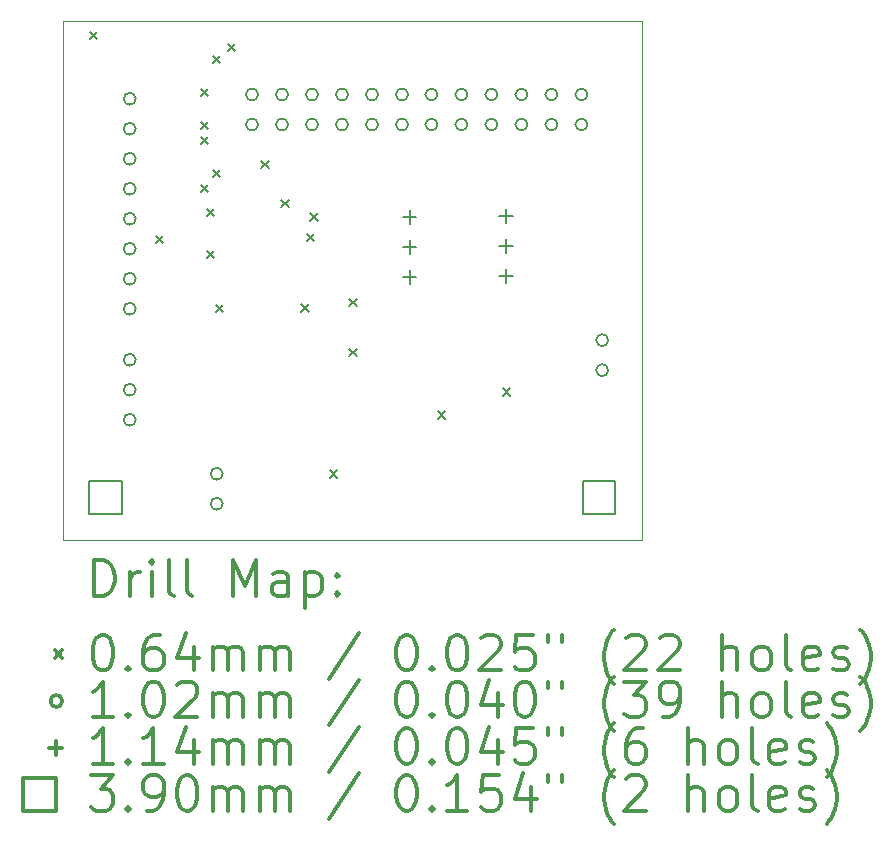
<source format=gbr>
%FSLAX45Y45*%
G04 Gerber Fmt 4.5, Leading zero omitted, Abs format (unit mm)*
G04 Created by KiCad (PCBNEW (2014-10-27 BZR 5228)-product) date 28/06/2015 08:06:54*
%MOMM*%
G01*
G04 APERTURE LIST*
%ADD10C,0.127000*%
%ADD11C,0.100000*%
%ADD12C,0.200000*%
%ADD13C,0.300000*%
G04 APERTURE END LIST*
D10*
D11*
X11500000Y-9600000D02*
X16400000Y-9600000D01*
X16400000Y-14000000D02*
X11500000Y-14000000D01*
X11500000Y-14000000D02*
X11500000Y-9600000D01*
X16400000Y-9600000D02*
X16400000Y-14000000D01*
D12*
X11728450Y-9696450D02*
X11791950Y-9759950D01*
X11791950Y-9696450D02*
X11728450Y-9759950D01*
X12287250Y-11423650D02*
X12350750Y-11487150D01*
X12350750Y-11423650D02*
X12287250Y-11487150D01*
X12668250Y-10179050D02*
X12731750Y-10242550D01*
X12731750Y-10179050D02*
X12668250Y-10242550D01*
X12668250Y-10458450D02*
X12731750Y-10521950D01*
X12731750Y-10458450D02*
X12668250Y-10521950D01*
X12668250Y-10585450D02*
X12731750Y-10648950D01*
X12731750Y-10585450D02*
X12668250Y-10648950D01*
X12668250Y-10991850D02*
X12731750Y-11055350D01*
X12731750Y-10991850D02*
X12668250Y-11055350D01*
X12719050Y-11195050D02*
X12782550Y-11258550D01*
X12782550Y-11195050D02*
X12719050Y-11258550D01*
X12719050Y-11550650D02*
X12782550Y-11614150D01*
X12782550Y-11550650D02*
X12719050Y-11614150D01*
X12769850Y-9899650D02*
X12833350Y-9963150D01*
X12833350Y-9899650D02*
X12769850Y-9963150D01*
X12769850Y-10864850D02*
X12833350Y-10928350D01*
X12833350Y-10864850D02*
X12769850Y-10928350D01*
X12795250Y-12007850D02*
X12858750Y-12071350D01*
X12858750Y-12007850D02*
X12795250Y-12071350D01*
X12896850Y-9798050D02*
X12960350Y-9861550D01*
X12960350Y-9798050D02*
X12896850Y-9861550D01*
X13178250Y-10788250D02*
X13241750Y-10851750D01*
X13241750Y-10788250D02*
X13178250Y-10851750D01*
X13348250Y-11118250D02*
X13411750Y-11181750D01*
X13411750Y-11118250D02*
X13348250Y-11181750D01*
X13518250Y-12003250D02*
X13581750Y-12066750D01*
X13581750Y-12003250D02*
X13518250Y-12066750D01*
X13563250Y-11403250D02*
X13626750Y-11466750D01*
X13626750Y-11403250D02*
X13563250Y-11466750D01*
X13593250Y-11233250D02*
X13656750Y-11296750D01*
X13656750Y-11233250D02*
X13593250Y-11296750D01*
X13758250Y-13408250D02*
X13821750Y-13471750D01*
X13821750Y-13408250D02*
X13758250Y-13471750D01*
X13923250Y-11953250D02*
X13986750Y-12016750D01*
X13986750Y-11953250D02*
X13923250Y-12016750D01*
X13923250Y-12378250D02*
X13986750Y-12441750D01*
X13986750Y-12378250D02*
X13923250Y-12441750D01*
X14673250Y-12908250D02*
X14736750Y-12971750D01*
X14736750Y-12908250D02*
X14673250Y-12971750D01*
X15223250Y-12713250D02*
X15286750Y-12776750D01*
X15286750Y-12713250D02*
X15223250Y-12776750D01*
X12115800Y-10261600D02*
G75*
G03X12115800Y-10261600I-50800J0D01*
G01*
X12115800Y-10515600D02*
G75*
G03X12115800Y-10515600I-50800J0D01*
G01*
X12115800Y-10769600D02*
G75*
G03X12115800Y-10769600I-50800J0D01*
G01*
X12115800Y-11023600D02*
G75*
G03X12115800Y-11023600I-50800J0D01*
G01*
X12115800Y-11277600D02*
G75*
G03X12115800Y-11277600I-50800J0D01*
G01*
X12115800Y-11531600D02*
G75*
G03X12115800Y-11531600I-50800J0D01*
G01*
X12115800Y-11785600D02*
G75*
G03X12115800Y-11785600I-50800J0D01*
G01*
X12115800Y-12039600D02*
G75*
G03X12115800Y-12039600I-50800J0D01*
G01*
X12115800Y-12471400D02*
G75*
G03X12115800Y-12471400I-50800J0D01*
G01*
X12115800Y-12725400D02*
G75*
G03X12115800Y-12725400I-50800J0D01*
G01*
X12115800Y-12979400D02*
G75*
G03X12115800Y-12979400I-50800J0D01*
G01*
X12852400Y-13436600D02*
G75*
G03X12852400Y-13436600I-50800J0D01*
G01*
X12852400Y-13690600D02*
G75*
G03X12852400Y-13690600I-50800J0D01*
G01*
X13150800Y-10226000D02*
G75*
G03X13150800Y-10226000I-50800J0D01*
G01*
X13150800Y-10480000D02*
G75*
G03X13150800Y-10480000I-50800J0D01*
G01*
X13404800Y-10226000D02*
G75*
G03X13404800Y-10226000I-50800J0D01*
G01*
X13404800Y-10480000D02*
G75*
G03X13404800Y-10480000I-50800J0D01*
G01*
X13658800Y-10226000D02*
G75*
G03X13658800Y-10226000I-50800J0D01*
G01*
X13658800Y-10480000D02*
G75*
G03X13658800Y-10480000I-50800J0D01*
G01*
X13912800Y-10226000D02*
G75*
G03X13912800Y-10226000I-50800J0D01*
G01*
X13912800Y-10480000D02*
G75*
G03X13912800Y-10480000I-50800J0D01*
G01*
X14166800Y-10226000D02*
G75*
G03X14166800Y-10226000I-50800J0D01*
G01*
X14166800Y-10480000D02*
G75*
G03X14166800Y-10480000I-50800J0D01*
G01*
X14420800Y-10226000D02*
G75*
G03X14420800Y-10226000I-50800J0D01*
G01*
X14420800Y-10480000D02*
G75*
G03X14420800Y-10480000I-50800J0D01*
G01*
X14670800Y-10226000D02*
G75*
G03X14670800Y-10226000I-50800J0D01*
G01*
X14670800Y-10480000D02*
G75*
G03X14670800Y-10480000I-50800J0D01*
G01*
X14924800Y-10226000D02*
G75*
G03X14924800Y-10226000I-50800J0D01*
G01*
X14924800Y-10480000D02*
G75*
G03X14924800Y-10480000I-50800J0D01*
G01*
X15178800Y-10226000D02*
G75*
G03X15178800Y-10226000I-50800J0D01*
G01*
X15178800Y-10480000D02*
G75*
G03X15178800Y-10480000I-50800J0D01*
G01*
X15432800Y-10226000D02*
G75*
G03X15432800Y-10226000I-50800J0D01*
G01*
X15432800Y-10480000D02*
G75*
G03X15432800Y-10480000I-50800J0D01*
G01*
X15686800Y-10226000D02*
G75*
G03X15686800Y-10226000I-50800J0D01*
G01*
X15686800Y-10480000D02*
G75*
G03X15686800Y-10480000I-50800J0D01*
G01*
X15940800Y-10226000D02*
G75*
G03X15940800Y-10226000I-50800J0D01*
G01*
X15940800Y-10480000D02*
G75*
G03X15940800Y-10480000I-50800J0D01*
G01*
X16115800Y-12306000D02*
G75*
G03X16115800Y-12306000I-50800J0D01*
G01*
X16115800Y-12560000D02*
G75*
G03X16115800Y-12560000I-50800J0D01*
G01*
X14435000Y-11203850D02*
X14435000Y-11318150D01*
X14377850Y-11261000D02*
X14492150Y-11261000D01*
X14435000Y-11457850D02*
X14435000Y-11572150D01*
X14377850Y-11515000D02*
X14492150Y-11515000D01*
X14435000Y-11711850D02*
X14435000Y-11826150D01*
X14377850Y-11769000D02*
X14492150Y-11769000D01*
X15250000Y-11198850D02*
X15250000Y-11313150D01*
X15192850Y-11256000D02*
X15307150Y-11256000D01*
X15250000Y-11452850D02*
X15250000Y-11567150D01*
X15192850Y-11510000D02*
X15307150Y-11510000D01*
X15250000Y-11706850D02*
X15250000Y-11821150D01*
X15192850Y-11764000D02*
X15307150Y-11764000D01*
X11999687Y-13777687D02*
X11999687Y-13501913D01*
X11723913Y-13501913D01*
X11723913Y-13777687D01*
X11999687Y-13777687D01*
X16177887Y-13777887D02*
X16177887Y-13502113D01*
X15902113Y-13502113D01*
X15902113Y-13777887D01*
X16177887Y-13777887D01*
D13*
X11766428Y-14470714D02*
X11766428Y-14170714D01*
X11837857Y-14170714D01*
X11880714Y-14185000D01*
X11909286Y-14213571D01*
X11923571Y-14242143D01*
X11937857Y-14299286D01*
X11937857Y-14342143D01*
X11923571Y-14399286D01*
X11909286Y-14427857D01*
X11880714Y-14456429D01*
X11837857Y-14470714D01*
X11766428Y-14470714D01*
X12066428Y-14470714D02*
X12066428Y-14270714D01*
X12066428Y-14327857D02*
X12080714Y-14299286D01*
X12095000Y-14285000D01*
X12123571Y-14270714D01*
X12152143Y-14270714D01*
X12252143Y-14470714D02*
X12252143Y-14270714D01*
X12252143Y-14170714D02*
X12237857Y-14185000D01*
X12252143Y-14199286D01*
X12266428Y-14185000D01*
X12252143Y-14170714D01*
X12252143Y-14199286D01*
X12437857Y-14470714D02*
X12409286Y-14456429D01*
X12395000Y-14427857D01*
X12395000Y-14170714D01*
X12595000Y-14470714D02*
X12566428Y-14456429D01*
X12552143Y-14427857D01*
X12552143Y-14170714D01*
X12937857Y-14470714D02*
X12937857Y-14170714D01*
X13037857Y-14385000D01*
X13137857Y-14170714D01*
X13137857Y-14470714D01*
X13409286Y-14470714D02*
X13409286Y-14313571D01*
X13395000Y-14285000D01*
X13366428Y-14270714D01*
X13309286Y-14270714D01*
X13280714Y-14285000D01*
X13409286Y-14456429D02*
X13380714Y-14470714D01*
X13309286Y-14470714D01*
X13280714Y-14456429D01*
X13266428Y-14427857D01*
X13266428Y-14399286D01*
X13280714Y-14370714D01*
X13309286Y-14356429D01*
X13380714Y-14356429D01*
X13409286Y-14342143D01*
X13552143Y-14270714D02*
X13552143Y-14570714D01*
X13552143Y-14285000D02*
X13580714Y-14270714D01*
X13637857Y-14270714D01*
X13666428Y-14285000D01*
X13680714Y-14299286D01*
X13695000Y-14327857D01*
X13695000Y-14413571D01*
X13680714Y-14442143D01*
X13666428Y-14456429D01*
X13637857Y-14470714D01*
X13580714Y-14470714D01*
X13552143Y-14456429D01*
X13823571Y-14442143D02*
X13837857Y-14456429D01*
X13823571Y-14470714D01*
X13809286Y-14456429D01*
X13823571Y-14442143D01*
X13823571Y-14470714D01*
X13823571Y-14285000D02*
X13837857Y-14299286D01*
X13823571Y-14313571D01*
X13809286Y-14299286D01*
X13823571Y-14285000D01*
X13823571Y-14313571D01*
X11431500Y-14933250D02*
X11495000Y-14996750D01*
X11495000Y-14933250D02*
X11431500Y-14996750D01*
X11823571Y-14800714D02*
X11852143Y-14800714D01*
X11880714Y-14815000D01*
X11895000Y-14829286D01*
X11909286Y-14857857D01*
X11923571Y-14915000D01*
X11923571Y-14986429D01*
X11909286Y-15043571D01*
X11895000Y-15072143D01*
X11880714Y-15086429D01*
X11852143Y-15100714D01*
X11823571Y-15100714D01*
X11795000Y-15086429D01*
X11780714Y-15072143D01*
X11766428Y-15043571D01*
X11752143Y-14986429D01*
X11752143Y-14915000D01*
X11766428Y-14857857D01*
X11780714Y-14829286D01*
X11795000Y-14815000D01*
X11823571Y-14800714D01*
X12052143Y-15072143D02*
X12066428Y-15086429D01*
X12052143Y-15100714D01*
X12037857Y-15086429D01*
X12052143Y-15072143D01*
X12052143Y-15100714D01*
X12323571Y-14800714D02*
X12266428Y-14800714D01*
X12237857Y-14815000D01*
X12223571Y-14829286D01*
X12195000Y-14872143D01*
X12180714Y-14929286D01*
X12180714Y-15043571D01*
X12195000Y-15072143D01*
X12209286Y-15086429D01*
X12237857Y-15100714D01*
X12295000Y-15100714D01*
X12323571Y-15086429D01*
X12337857Y-15072143D01*
X12352143Y-15043571D01*
X12352143Y-14972143D01*
X12337857Y-14943571D01*
X12323571Y-14929286D01*
X12295000Y-14915000D01*
X12237857Y-14915000D01*
X12209286Y-14929286D01*
X12195000Y-14943571D01*
X12180714Y-14972143D01*
X12609286Y-14900714D02*
X12609286Y-15100714D01*
X12537857Y-14786429D02*
X12466428Y-15000714D01*
X12652143Y-15000714D01*
X12766428Y-15100714D02*
X12766428Y-14900714D01*
X12766428Y-14929286D02*
X12780714Y-14915000D01*
X12809286Y-14900714D01*
X12852143Y-14900714D01*
X12880714Y-14915000D01*
X12895000Y-14943571D01*
X12895000Y-15100714D01*
X12895000Y-14943571D02*
X12909286Y-14915000D01*
X12937857Y-14900714D01*
X12980714Y-14900714D01*
X13009286Y-14915000D01*
X13023571Y-14943571D01*
X13023571Y-15100714D01*
X13166428Y-15100714D02*
X13166428Y-14900714D01*
X13166428Y-14929286D02*
X13180714Y-14915000D01*
X13209286Y-14900714D01*
X13252143Y-14900714D01*
X13280714Y-14915000D01*
X13295000Y-14943571D01*
X13295000Y-15100714D01*
X13295000Y-14943571D02*
X13309286Y-14915000D01*
X13337857Y-14900714D01*
X13380714Y-14900714D01*
X13409286Y-14915000D01*
X13423571Y-14943571D01*
X13423571Y-15100714D01*
X14009286Y-14786429D02*
X13752143Y-15172143D01*
X14395000Y-14800714D02*
X14423571Y-14800714D01*
X14452143Y-14815000D01*
X14466428Y-14829286D01*
X14480714Y-14857857D01*
X14495000Y-14915000D01*
X14495000Y-14986429D01*
X14480714Y-15043571D01*
X14466428Y-15072143D01*
X14452143Y-15086429D01*
X14423571Y-15100714D01*
X14395000Y-15100714D01*
X14366428Y-15086429D01*
X14352143Y-15072143D01*
X14337857Y-15043571D01*
X14323571Y-14986429D01*
X14323571Y-14915000D01*
X14337857Y-14857857D01*
X14352143Y-14829286D01*
X14366428Y-14815000D01*
X14395000Y-14800714D01*
X14623571Y-15072143D02*
X14637857Y-15086429D01*
X14623571Y-15100714D01*
X14609286Y-15086429D01*
X14623571Y-15072143D01*
X14623571Y-15100714D01*
X14823571Y-14800714D02*
X14852143Y-14800714D01*
X14880714Y-14815000D01*
X14895000Y-14829286D01*
X14909285Y-14857857D01*
X14923571Y-14915000D01*
X14923571Y-14986429D01*
X14909285Y-15043571D01*
X14895000Y-15072143D01*
X14880714Y-15086429D01*
X14852143Y-15100714D01*
X14823571Y-15100714D01*
X14795000Y-15086429D01*
X14780714Y-15072143D01*
X14766428Y-15043571D01*
X14752143Y-14986429D01*
X14752143Y-14915000D01*
X14766428Y-14857857D01*
X14780714Y-14829286D01*
X14795000Y-14815000D01*
X14823571Y-14800714D01*
X15037857Y-14829286D02*
X15052143Y-14815000D01*
X15080714Y-14800714D01*
X15152143Y-14800714D01*
X15180714Y-14815000D01*
X15195000Y-14829286D01*
X15209285Y-14857857D01*
X15209285Y-14886429D01*
X15195000Y-14929286D01*
X15023571Y-15100714D01*
X15209285Y-15100714D01*
X15480714Y-14800714D02*
X15337857Y-14800714D01*
X15323571Y-14943571D01*
X15337857Y-14929286D01*
X15366428Y-14915000D01*
X15437857Y-14915000D01*
X15466428Y-14929286D01*
X15480714Y-14943571D01*
X15495000Y-14972143D01*
X15495000Y-15043571D01*
X15480714Y-15072143D01*
X15466428Y-15086429D01*
X15437857Y-15100714D01*
X15366428Y-15100714D01*
X15337857Y-15086429D01*
X15323571Y-15072143D01*
X15609286Y-14800714D02*
X15609286Y-14857857D01*
X15723571Y-14800714D02*
X15723571Y-14857857D01*
X16166428Y-15215000D02*
X16152143Y-15200714D01*
X16123571Y-15157857D01*
X16109285Y-15129286D01*
X16095000Y-15086429D01*
X16080714Y-15015000D01*
X16080714Y-14957857D01*
X16095000Y-14886429D01*
X16109285Y-14843571D01*
X16123571Y-14815000D01*
X16152143Y-14772143D01*
X16166428Y-14757857D01*
X16266428Y-14829286D02*
X16280714Y-14815000D01*
X16309285Y-14800714D01*
X16380714Y-14800714D01*
X16409285Y-14815000D01*
X16423571Y-14829286D01*
X16437857Y-14857857D01*
X16437857Y-14886429D01*
X16423571Y-14929286D01*
X16252143Y-15100714D01*
X16437857Y-15100714D01*
X16552143Y-14829286D02*
X16566428Y-14815000D01*
X16595000Y-14800714D01*
X16666428Y-14800714D01*
X16695000Y-14815000D01*
X16709285Y-14829286D01*
X16723571Y-14857857D01*
X16723571Y-14886429D01*
X16709285Y-14929286D01*
X16537857Y-15100714D01*
X16723571Y-15100714D01*
X17080714Y-15100714D02*
X17080714Y-14800714D01*
X17209286Y-15100714D02*
X17209286Y-14943571D01*
X17195000Y-14915000D01*
X17166428Y-14900714D01*
X17123571Y-14900714D01*
X17095000Y-14915000D01*
X17080714Y-14929286D01*
X17395000Y-15100714D02*
X17366428Y-15086429D01*
X17352143Y-15072143D01*
X17337857Y-15043571D01*
X17337857Y-14957857D01*
X17352143Y-14929286D01*
X17366428Y-14915000D01*
X17395000Y-14900714D01*
X17437857Y-14900714D01*
X17466428Y-14915000D01*
X17480714Y-14929286D01*
X17495000Y-14957857D01*
X17495000Y-15043571D01*
X17480714Y-15072143D01*
X17466428Y-15086429D01*
X17437857Y-15100714D01*
X17395000Y-15100714D01*
X17666428Y-15100714D02*
X17637857Y-15086429D01*
X17623571Y-15057857D01*
X17623571Y-14800714D01*
X17895000Y-15086429D02*
X17866429Y-15100714D01*
X17809286Y-15100714D01*
X17780714Y-15086429D01*
X17766429Y-15057857D01*
X17766429Y-14943571D01*
X17780714Y-14915000D01*
X17809286Y-14900714D01*
X17866429Y-14900714D01*
X17895000Y-14915000D01*
X17909286Y-14943571D01*
X17909286Y-14972143D01*
X17766429Y-15000714D01*
X18023571Y-15086429D02*
X18052143Y-15100714D01*
X18109286Y-15100714D01*
X18137857Y-15086429D01*
X18152143Y-15057857D01*
X18152143Y-15043571D01*
X18137857Y-15015000D01*
X18109286Y-15000714D01*
X18066429Y-15000714D01*
X18037857Y-14986429D01*
X18023571Y-14957857D01*
X18023571Y-14943571D01*
X18037857Y-14915000D01*
X18066429Y-14900714D01*
X18109286Y-14900714D01*
X18137857Y-14915000D01*
X18252143Y-15215000D02*
X18266429Y-15200714D01*
X18295000Y-15157857D01*
X18309286Y-15129286D01*
X18323571Y-15086429D01*
X18337857Y-15015000D01*
X18337857Y-14957857D01*
X18323571Y-14886429D01*
X18309286Y-14843571D01*
X18295000Y-14815000D01*
X18266429Y-14772143D01*
X18252143Y-14757857D01*
X11495000Y-15361000D02*
G75*
G03X11495000Y-15361000I-50800J0D01*
G01*
X11923571Y-15496714D02*
X11752143Y-15496714D01*
X11837857Y-15496714D02*
X11837857Y-15196714D01*
X11809286Y-15239571D01*
X11780714Y-15268143D01*
X11752143Y-15282429D01*
X12052143Y-15468143D02*
X12066428Y-15482429D01*
X12052143Y-15496714D01*
X12037857Y-15482429D01*
X12052143Y-15468143D01*
X12052143Y-15496714D01*
X12252143Y-15196714D02*
X12280714Y-15196714D01*
X12309286Y-15211000D01*
X12323571Y-15225286D01*
X12337857Y-15253857D01*
X12352143Y-15311000D01*
X12352143Y-15382429D01*
X12337857Y-15439571D01*
X12323571Y-15468143D01*
X12309286Y-15482429D01*
X12280714Y-15496714D01*
X12252143Y-15496714D01*
X12223571Y-15482429D01*
X12209286Y-15468143D01*
X12195000Y-15439571D01*
X12180714Y-15382429D01*
X12180714Y-15311000D01*
X12195000Y-15253857D01*
X12209286Y-15225286D01*
X12223571Y-15211000D01*
X12252143Y-15196714D01*
X12466428Y-15225286D02*
X12480714Y-15211000D01*
X12509286Y-15196714D01*
X12580714Y-15196714D01*
X12609286Y-15211000D01*
X12623571Y-15225286D01*
X12637857Y-15253857D01*
X12637857Y-15282429D01*
X12623571Y-15325286D01*
X12452143Y-15496714D01*
X12637857Y-15496714D01*
X12766428Y-15496714D02*
X12766428Y-15296714D01*
X12766428Y-15325286D02*
X12780714Y-15311000D01*
X12809286Y-15296714D01*
X12852143Y-15296714D01*
X12880714Y-15311000D01*
X12895000Y-15339571D01*
X12895000Y-15496714D01*
X12895000Y-15339571D02*
X12909286Y-15311000D01*
X12937857Y-15296714D01*
X12980714Y-15296714D01*
X13009286Y-15311000D01*
X13023571Y-15339571D01*
X13023571Y-15496714D01*
X13166428Y-15496714D02*
X13166428Y-15296714D01*
X13166428Y-15325286D02*
X13180714Y-15311000D01*
X13209286Y-15296714D01*
X13252143Y-15296714D01*
X13280714Y-15311000D01*
X13295000Y-15339571D01*
X13295000Y-15496714D01*
X13295000Y-15339571D02*
X13309286Y-15311000D01*
X13337857Y-15296714D01*
X13380714Y-15296714D01*
X13409286Y-15311000D01*
X13423571Y-15339571D01*
X13423571Y-15496714D01*
X14009286Y-15182429D02*
X13752143Y-15568143D01*
X14395000Y-15196714D02*
X14423571Y-15196714D01*
X14452143Y-15211000D01*
X14466428Y-15225286D01*
X14480714Y-15253857D01*
X14495000Y-15311000D01*
X14495000Y-15382429D01*
X14480714Y-15439571D01*
X14466428Y-15468143D01*
X14452143Y-15482429D01*
X14423571Y-15496714D01*
X14395000Y-15496714D01*
X14366428Y-15482429D01*
X14352143Y-15468143D01*
X14337857Y-15439571D01*
X14323571Y-15382429D01*
X14323571Y-15311000D01*
X14337857Y-15253857D01*
X14352143Y-15225286D01*
X14366428Y-15211000D01*
X14395000Y-15196714D01*
X14623571Y-15468143D02*
X14637857Y-15482429D01*
X14623571Y-15496714D01*
X14609286Y-15482429D01*
X14623571Y-15468143D01*
X14623571Y-15496714D01*
X14823571Y-15196714D02*
X14852143Y-15196714D01*
X14880714Y-15211000D01*
X14895000Y-15225286D01*
X14909285Y-15253857D01*
X14923571Y-15311000D01*
X14923571Y-15382429D01*
X14909285Y-15439571D01*
X14895000Y-15468143D01*
X14880714Y-15482429D01*
X14852143Y-15496714D01*
X14823571Y-15496714D01*
X14795000Y-15482429D01*
X14780714Y-15468143D01*
X14766428Y-15439571D01*
X14752143Y-15382429D01*
X14752143Y-15311000D01*
X14766428Y-15253857D01*
X14780714Y-15225286D01*
X14795000Y-15211000D01*
X14823571Y-15196714D01*
X15180714Y-15296714D02*
X15180714Y-15496714D01*
X15109285Y-15182429D02*
X15037857Y-15396714D01*
X15223571Y-15396714D01*
X15395000Y-15196714D02*
X15423571Y-15196714D01*
X15452143Y-15211000D01*
X15466428Y-15225286D01*
X15480714Y-15253857D01*
X15495000Y-15311000D01*
X15495000Y-15382429D01*
X15480714Y-15439571D01*
X15466428Y-15468143D01*
X15452143Y-15482429D01*
X15423571Y-15496714D01*
X15395000Y-15496714D01*
X15366428Y-15482429D01*
X15352143Y-15468143D01*
X15337857Y-15439571D01*
X15323571Y-15382429D01*
X15323571Y-15311000D01*
X15337857Y-15253857D01*
X15352143Y-15225286D01*
X15366428Y-15211000D01*
X15395000Y-15196714D01*
X15609286Y-15196714D02*
X15609286Y-15253857D01*
X15723571Y-15196714D02*
X15723571Y-15253857D01*
X16166428Y-15611000D02*
X16152143Y-15596714D01*
X16123571Y-15553857D01*
X16109285Y-15525286D01*
X16095000Y-15482429D01*
X16080714Y-15411000D01*
X16080714Y-15353857D01*
X16095000Y-15282429D01*
X16109285Y-15239571D01*
X16123571Y-15211000D01*
X16152143Y-15168143D01*
X16166428Y-15153857D01*
X16252143Y-15196714D02*
X16437857Y-15196714D01*
X16337857Y-15311000D01*
X16380714Y-15311000D01*
X16409285Y-15325286D01*
X16423571Y-15339571D01*
X16437857Y-15368143D01*
X16437857Y-15439571D01*
X16423571Y-15468143D01*
X16409285Y-15482429D01*
X16380714Y-15496714D01*
X16295000Y-15496714D01*
X16266428Y-15482429D01*
X16252143Y-15468143D01*
X16580714Y-15496714D02*
X16637857Y-15496714D01*
X16666428Y-15482429D01*
X16680714Y-15468143D01*
X16709285Y-15425286D01*
X16723571Y-15368143D01*
X16723571Y-15253857D01*
X16709285Y-15225286D01*
X16695000Y-15211000D01*
X16666428Y-15196714D01*
X16609285Y-15196714D01*
X16580714Y-15211000D01*
X16566428Y-15225286D01*
X16552143Y-15253857D01*
X16552143Y-15325286D01*
X16566428Y-15353857D01*
X16580714Y-15368143D01*
X16609285Y-15382429D01*
X16666428Y-15382429D01*
X16695000Y-15368143D01*
X16709285Y-15353857D01*
X16723571Y-15325286D01*
X17080714Y-15496714D02*
X17080714Y-15196714D01*
X17209286Y-15496714D02*
X17209286Y-15339571D01*
X17195000Y-15311000D01*
X17166428Y-15296714D01*
X17123571Y-15296714D01*
X17095000Y-15311000D01*
X17080714Y-15325286D01*
X17395000Y-15496714D02*
X17366428Y-15482429D01*
X17352143Y-15468143D01*
X17337857Y-15439571D01*
X17337857Y-15353857D01*
X17352143Y-15325286D01*
X17366428Y-15311000D01*
X17395000Y-15296714D01*
X17437857Y-15296714D01*
X17466428Y-15311000D01*
X17480714Y-15325286D01*
X17495000Y-15353857D01*
X17495000Y-15439571D01*
X17480714Y-15468143D01*
X17466428Y-15482429D01*
X17437857Y-15496714D01*
X17395000Y-15496714D01*
X17666428Y-15496714D02*
X17637857Y-15482429D01*
X17623571Y-15453857D01*
X17623571Y-15196714D01*
X17895000Y-15482429D02*
X17866429Y-15496714D01*
X17809286Y-15496714D01*
X17780714Y-15482429D01*
X17766429Y-15453857D01*
X17766429Y-15339571D01*
X17780714Y-15311000D01*
X17809286Y-15296714D01*
X17866429Y-15296714D01*
X17895000Y-15311000D01*
X17909286Y-15339571D01*
X17909286Y-15368143D01*
X17766429Y-15396714D01*
X18023571Y-15482429D02*
X18052143Y-15496714D01*
X18109286Y-15496714D01*
X18137857Y-15482429D01*
X18152143Y-15453857D01*
X18152143Y-15439571D01*
X18137857Y-15411000D01*
X18109286Y-15396714D01*
X18066429Y-15396714D01*
X18037857Y-15382429D01*
X18023571Y-15353857D01*
X18023571Y-15339571D01*
X18037857Y-15311000D01*
X18066429Y-15296714D01*
X18109286Y-15296714D01*
X18137857Y-15311000D01*
X18252143Y-15611000D02*
X18266429Y-15596714D01*
X18295000Y-15553857D01*
X18309286Y-15525286D01*
X18323571Y-15482429D01*
X18337857Y-15411000D01*
X18337857Y-15353857D01*
X18323571Y-15282429D01*
X18309286Y-15239571D01*
X18295000Y-15211000D01*
X18266429Y-15168143D01*
X18252143Y-15153857D01*
X11437850Y-15699850D02*
X11437850Y-15814150D01*
X11380700Y-15757000D02*
X11495000Y-15757000D01*
X11923571Y-15892714D02*
X11752143Y-15892714D01*
X11837857Y-15892714D02*
X11837857Y-15592714D01*
X11809286Y-15635571D01*
X11780714Y-15664143D01*
X11752143Y-15678429D01*
X12052143Y-15864143D02*
X12066428Y-15878429D01*
X12052143Y-15892714D01*
X12037857Y-15878429D01*
X12052143Y-15864143D01*
X12052143Y-15892714D01*
X12352143Y-15892714D02*
X12180714Y-15892714D01*
X12266428Y-15892714D02*
X12266428Y-15592714D01*
X12237857Y-15635571D01*
X12209286Y-15664143D01*
X12180714Y-15678429D01*
X12609286Y-15692714D02*
X12609286Y-15892714D01*
X12537857Y-15578429D02*
X12466428Y-15792714D01*
X12652143Y-15792714D01*
X12766428Y-15892714D02*
X12766428Y-15692714D01*
X12766428Y-15721286D02*
X12780714Y-15707000D01*
X12809286Y-15692714D01*
X12852143Y-15692714D01*
X12880714Y-15707000D01*
X12895000Y-15735571D01*
X12895000Y-15892714D01*
X12895000Y-15735571D02*
X12909286Y-15707000D01*
X12937857Y-15692714D01*
X12980714Y-15692714D01*
X13009286Y-15707000D01*
X13023571Y-15735571D01*
X13023571Y-15892714D01*
X13166428Y-15892714D02*
X13166428Y-15692714D01*
X13166428Y-15721286D02*
X13180714Y-15707000D01*
X13209286Y-15692714D01*
X13252143Y-15692714D01*
X13280714Y-15707000D01*
X13295000Y-15735571D01*
X13295000Y-15892714D01*
X13295000Y-15735571D02*
X13309286Y-15707000D01*
X13337857Y-15692714D01*
X13380714Y-15692714D01*
X13409286Y-15707000D01*
X13423571Y-15735571D01*
X13423571Y-15892714D01*
X14009286Y-15578429D02*
X13752143Y-15964143D01*
X14395000Y-15592714D02*
X14423571Y-15592714D01*
X14452143Y-15607000D01*
X14466428Y-15621286D01*
X14480714Y-15649857D01*
X14495000Y-15707000D01*
X14495000Y-15778429D01*
X14480714Y-15835571D01*
X14466428Y-15864143D01*
X14452143Y-15878429D01*
X14423571Y-15892714D01*
X14395000Y-15892714D01*
X14366428Y-15878429D01*
X14352143Y-15864143D01*
X14337857Y-15835571D01*
X14323571Y-15778429D01*
X14323571Y-15707000D01*
X14337857Y-15649857D01*
X14352143Y-15621286D01*
X14366428Y-15607000D01*
X14395000Y-15592714D01*
X14623571Y-15864143D02*
X14637857Y-15878429D01*
X14623571Y-15892714D01*
X14609286Y-15878429D01*
X14623571Y-15864143D01*
X14623571Y-15892714D01*
X14823571Y-15592714D02*
X14852143Y-15592714D01*
X14880714Y-15607000D01*
X14895000Y-15621286D01*
X14909285Y-15649857D01*
X14923571Y-15707000D01*
X14923571Y-15778429D01*
X14909285Y-15835571D01*
X14895000Y-15864143D01*
X14880714Y-15878429D01*
X14852143Y-15892714D01*
X14823571Y-15892714D01*
X14795000Y-15878429D01*
X14780714Y-15864143D01*
X14766428Y-15835571D01*
X14752143Y-15778429D01*
X14752143Y-15707000D01*
X14766428Y-15649857D01*
X14780714Y-15621286D01*
X14795000Y-15607000D01*
X14823571Y-15592714D01*
X15180714Y-15692714D02*
X15180714Y-15892714D01*
X15109285Y-15578429D02*
X15037857Y-15792714D01*
X15223571Y-15792714D01*
X15480714Y-15592714D02*
X15337857Y-15592714D01*
X15323571Y-15735571D01*
X15337857Y-15721286D01*
X15366428Y-15707000D01*
X15437857Y-15707000D01*
X15466428Y-15721286D01*
X15480714Y-15735571D01*
X15495000Y-15764143D01*
X15495000Y-15835571D01*
X15480714Y-15864143D01*
X15466428Y-15878429D01*
X15437857Y-15892714D01*
X15366428Y-15892714D01*
X15337857Y-15878429D01*
X15323571Y-15864143D01*
X15609286Y-15592714D02*
X15609286Y-15649857D01*
X15723571Y-15592714D02*
X15723571Y-15649857D01*
X16166428Y-16007000D02*
X16152143Y-15992714D01*
X16123571Y-15949857D01*
X16109285Y-15921286D01*
X16095000Y-15878429D01*
X16080714Y-15807000D01*
X16080714Y-15749857D01*
X16095000Y-15678429D01*
X16109285Y-15635571D01*
X16123571Y-15607000D01*
X16152143Y-15564143D01*
X16166428Y-15549857D01*
X16409285Y-15592714D02*
X16352143Y-15592714D01*
X16323571Y-15607000D01*
X16309285Y-15621286D01*
X16280714Y-15664143D01*
X16266428Y-15721286D01*
X16266428Y-15835571D01*
X16280714Y-15864143D01*
X16295000Y-15878429D01*
X16323571Y-15892714D01*
X16380714Y-15892714D01*
X16409285Y-15878429D01*
X16423571Y-15864143D01*
X16437857Y-15835571D01*
X16437857Y-15764143D01*
X16423571Y-15735571D01*
X16409285Y-15721286D01*
X16380714Y-15707000D01*
X16323571Y-15707000D01*
X16295000Y-15721286D01*
X16280714Y-15735571D01*
X16266428Y-15764143D01*
X16795000Y-15892714D02*
X16795000Y-15592714D01*
X16923571Y-15892714D02*
X16923571Y-15735571D01*
X16909286Y-15707000D01*
X16880714Y-15692714D01*
X16837857Y-15692714D01*
X16809286Y-15707000D01*
X16795000Y-15721286D01*
X17109286Y-15892714D02*
X17080714Y-15878429D01*
X17066428Y-15864143D01*
X17052143Y-15835571D01*
X17052143Y-15749857D01*
X17066428Y-15721286D01*
X17080714Y-15707000D01*
X17109286Y-15692714D01*
X17152143Y-15692714D01*
X17180714Y-15707000D01*
X17195000Y-15721286D01*
X17209286Y-15749857D01*
X17209286Y-15835571D01*
X17195000Y-15864143D01*
X17180714Y-15878429D01*
X17152143Y-15892714D01*
X17109286Y-15892714D01*
X17380714Y-15892714D02*
X17352143Y-15878429D01*
X17337857Y-15849857D01*
X17337857Y-15592714D01*
X17609286Y-15878429D02*
X17580714Y-15892714D01*
X17523571Y-15892714D01*
X17495000Y-15878429D01*
X17480714Y-15849857D01*
X17480714Y-15735571D01*
X17495000Y-15707000D01*
X17523571Y-15692714D01*
X17580714Y-15692714D01*
X17609286Y-15707000D01*
X17623571Y-15735571D01*
X17623571Y-15764143D01*
X17480714Y-15792714D01*
X17737857Y-15878429D02*
X17766429Y-15892714D01*
X17823571Y-15892714D01*
X17852143Y-15878429D01*
X17866429Y-15849857D01*
X17866429Y-15835571D01*
X17852143Y-15807000D01*
X17823571Y-15792714D01*
X17780714Y-15792714D01*
X17752143Y-15778429D01*
X17737857Y-15749857D01*
X17737857Y-15735571D01*
X17752143Y-15707000D01*
X17780714Y-15692714D01*
X17823571Y-15692714D01*
X17852143Y-15707000D01*
X17966428Y-16007000D02*
X17980714Y-15992714D01*
X18009286Y-15949857D01*
X18023571Y-15921286D01*
X18037857Y-15878429D01*
X18052143Y-15807000D01*
X18052143Y-15749857D01*
X18037857Y-15678429D01*
X18023571Y-15635571D01*
X18009286Y-15607000D01*
X17980714Y-15564143D01*
X17966428Y-15549857D01*
X11437887Y-16290887D02*
X11437887Y-16015113D01*
X11162113Y-16015113D01*
X11162113Y-16290887D01*
X11437887Y-16290887D01*
X11737857Y-15988714D02*
X11923571Y-15988714D01*
X11823571Y-16103000D01*
X11866428Y-16103000D01*
X11895000Y-16117286D01*
X11909286Y-16131571D01*
X11923571Y-16160143D01*
X11923571Y-16231571D01*
X11909286Y-16260143D01*
X11895000Y-16274429D01*
X11866428Y-16288714D01*
X11780714Y-16288714D01*
X11752143Y-16274429D01*
X11737857Y-16260143D01*
X12052143Y-16260143D02*
X12066428Y-16274429D01*
X12052143Y-16288714D01*
X12037857Y-16274429D01*
X12052143Y-16260143D01*
X12052143Y-16288714D01*
X12209286Y-16288714D02*
X12266428Y-16288714D01*
X12295000Y-16274429D01*
X12309286Y-16260143D01*
X12337857Y-16217286D01*
X12352143Y-16160143D01*
X12352143Y-16045857D01*
X12337857Y-16017286D01*
X12323571Y-16003000D01*
X12295000Y-15988714D01*
X12237857Y-15988714D01*
X12209286Y-16003000D01*
X12195000Y-16017286D01*
X12180714Y-16045857D01*
X12180714Y-16117286D01*
X12195000Y-16145857D01*
X12209286Y-16160143D01*
X12237857Y-16174429D01*
X12295000Y-16174429D01*
X12323571Y-16160143D01*
X12337857Y-16145857D01*
X12352143Y-16117286D01*
X12537857Y-15988714D02*
X12566428Y-15988714D01*
X12595000Y-16003000D01*
X12609286Y-16017286D01*
X12623571Y-16045857D01*
X12637857Y-16103000D01*
X12637857Y-16174429D01*
X12623571Y-16231571D01*
X12609286Y-16260143D01*
X12595000Y-16274429D01*
X12566428Y-16288714D01*
X12537857Y-16288714D01*
X12509286Y-16274429D01*
X12495000Y-16260143D01*
X12480714Y-16231571D01*
X12466428Y-16174429D01*
X12466428Y-16103000D01*
X12480714Y-16045857D01*
X12495000Y-16017286D01*
X12509286Y-16003000D01*
X12537857Y-15988714D01*
X12766428Y-16288714D02*
X12766428Y-16088714D01*
X12766428Y-16117286D02*
X12780714Y-16103000D01*
X12809286Y-16088714D01*
X12852143Y-16088714D01*
X12880714Y-16103000D01*
X12895000Y-16131571D01*
X12895000Y-16288714D01*
X12895000Y-16131571D02*
X12909286Y-16103000D01*
X12937857Y-16088714D01*
X12980714Y-16088714D01*
X13009286Y-16103000D01*
X13023571Y-16131571D01*
X13023571Y-16288714D01*
X13166428Y-16288714D02*
X13166428Y-16088714D01*
X13166428Y-16117286D02*
X13180714Y-16103000D01*
X13209286Y-16088714D01*
X13252143Y-16088714D01*
X13280714Y-16103000D01*
X13295000Y-16131571D01*
X13295000Y-16288714D01*
X13295000Y-16131571D02*
X13309286Y-16103000D01*
X13337857Y-16088714D01*
X13380714Y-16088714D01*
X13409286Y-16103000D01*
X13423571Y-16131571D01*
X13423571Y-16288714D01*
X14009286Y-15974429D02*
X13752143Y-16360143D01*
X14395000Y-15988714D02*
X14423571Y-15988714D01*
X14452143Y-16003000D01*
X14466428Y-16017286D01*
X14480714Y-16045857D01*
X14495000Y-16103000D01*
X14495000Y-16174429D01*
X14480714Y-16231571D01*
X14466428Y-16260143D01*
X14452143Y-16274429D01*
X14423571Y-16288714D01*
X14395000Y-16288714D01*
X14366428Y-16274429D01*
X14352143Y-16260143D01*
X14337857Y-16231571D01*
X14323571Y-16174429D01*
X14323571Y-16103000D01*
X14337857Y-16045857D01*
X14352143Y-16017286D01*
X14366428Y-16003000D01*
X14395000Y-15988714D01*
X14623571Y-16260143D02*
X14637857Y-16274429D01*
X14623571Y-16288714D01*
X14609286Y-16274429D01*
X14623571Y-16260143D01*
X14623571Y-16288714D01*
X14923571Y-16288714D02*
X14752143Y-16288714D01*
X14837857Y-16288714D02*
X14837857Y-15988714D01*
X14809285Y-16031571D01*
X14780714Y-16060143D01*
X14752143Y-16074429D01*
X15195000Y-15988714D02*
X15052143Y-15988714D01*
X15037857Y-16131571D01*
X15052143Y-16117286D01*
X15080714Y-16103000D01*
X15152143Y-16103000D01*
X15180714Y-16117286D01*
X15195000Y-16131571D01*
X15209285Y-16160143D01*
X15209285Y-16231571D01*
X15195000Y-16260143D01*
X15180714Y-16274429D01*
X15152143Y-16288714D01*
X15080714Y-16288714D01*
X15052143Y-16274429D01*
X15037857Y-16260143D01*
X15466428Y-16088714D02*
X15466428Y-16288714D01*
X15395000Y-15974429D02*
X15323571Y-16188714D01*
X15509285Y-16188714D01*
X15609286Y-15988714D02*
X15609286Y-16045857D01*
X15723571Y-15988714D02*
X15723571Y-16045857D01*
X16166428Y-16403000D02*
X16152143Y-16388714D01*
X16123571Y-16345857D01*
X16109285Y-16317286D01*
X16095000Y-16274429D01*
X16080714Y-16203000D01*
X16080714Y-16145857D01*
X16095000Y-16074429D01*
X16109285Y-16031571D01*
X16123571Y-16003000D01*
X16152143Y-15960143D01*
X16166428Y-15945857D01*
X16266428Y-16017286D02*
X16280714Y-16003000D01*
X16309285Y-15988714D01*
X16380714Y-15988714D01*
X16409285Y-16003000D01*
X16423571Y-16017286D01*
X16437857Y-16045857D01*
X16437857Y-16074429D01*
X16423571Y-16117286D01*
X16252143Y-16288714D01*
X16437857Y-16288714D01*
X16795000Y-16288714D02*
X16795000Y-15988714D01*
X16923571Y-16288714D02*
X16923571Y-16131571D01*
X16909286Y-16103000D01*
X16880714Y-16088714D01*
X16837857Y-16088714D01*
X16809286Y-16103000D01*
X16795000Y-16117286D01*
X17109286Y-16288714D02*
X17080714Y-16274429D01*
X17066428Y-16260143D01*
X17052143Y-16231571D01*
X17052143Y-16145857D01*
X17066428Y-16117286D01*
X17080714Y-16103000D01*
X17109286Y-16088714D01*
X17152143Y-16088714D01*
X17180714Y-16103000D01*
X17195000Y-16117286D01*
X17209286Y-16145857D01*
X17209286Y-16231571D01*
X17195000Y-16260143D01*
X17180714Y-16274429D01*
X17152143Y-16288714D01*
X17109286Y-16288714D01*
X17380714Y-16288714D02*
X17352143Y-16274429D01*
X17337857Y-16245857D01*
X17337857Y-15988714D01*
X17609286Y-16274429D02*
X17580714Y-16288714D01*
X17523571Y-16288714D01*
X17495000Y-16274429D01*
X17480714Y-16245857D01*
X17480714Y-16131571D01*
X17495000Y-16103000D01*
X17523571Y-16088714D01*
X17580714Y-16088714D01*
X17609286Y-16103000D01*
X17623571Y-16131571D01*
X17623571Y-16160143D01*
X17480714Y-16188714D01*
X17737857Y-16274429D02*
X17766429Y-16288714D01*
X17823571Y-16288714D01*
X17852143Y-16274429D01*
X17866429Y-16245857D01*
X17866429Y-16231571D01*
X17852143Y-16203000D01*
X17823571Y-16188714D01*
X17780714Y-16188714D01*
X17752143Y-16174429D01*
X17737857Y-16145857D01*
X17737857Y-16131571D01*
X17752143Y-16103000D01*
X17780714Y-16088714D01*
X17823571Y-16088714D01*
X17852143Y-16103000D01*
X17966428Y-16403000D02*
X17980714Y-16388714D01*
X18009286Y-16345857D01*
X18023571Y-16317286D01*
X18037857Y-16274429D01*
X18052143Y-16203000D01*
X18052143Y-16145857D01*
X18037857Y-16074429D01*
X18023571Y-16031571D01*
X18009286Y-16003000D01*
X17980714Y-15960143D01*
X17966428Y-15945857D01*
M02*

</source>
